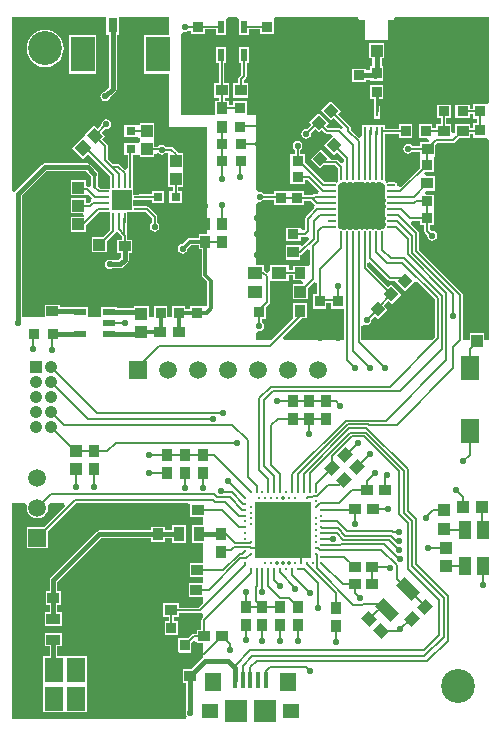
<source format=gtl>
G04 Layer_Physical_Order=1*
G04 Layer_Color=255*
%FSLAX25Y25*%
%MOIN*%
G70*
G01*
G75*
%ADD10R,0.06614X0.06614*%
%ADD11R,0.03347X0.00787*%
%ADD12R,0.00787X0.03347*%
%ADD13R,0.03543X0.03740*%
%ADD14R,0.03937X0.03740*%
%ADD15R,0.03937X0.04134*%
%ADD16R,0.04331X0.02362*%
%ADD17R,0.04134X0.03543*%
%ADD18R,0.03740X0.03543*%
%ADD19C,0.01083*%
%ADD20R,0.19095X0.19095*%
G04:AMPARAMS|DCode=21|XSize=35.43mil|YSize=41.34mil|CornerRadius=0mil|HoleSize=0mil|Usage=FLASHONLY|Rotation=45.000|XOffset=0mil|YOffset=0mil|HoleType=Round|Shape=Rectangle|*
%AMROTATEDRECTD21*
4,1,4,0.00209,-0.02714,-0.02714,0.00209,-0.00209,0.02714,0.02714,-0.00209,0.00209,-0.02714,0.0*
%
%ADD21ROTATEDRECTD21*%

%ADD22R,0.03583X0.03780*%
%ADD23R,0.06063X0.08031*%
%ADD24R,0.03150X0.03150*%
G04:AMPARAMS|DCode=25|XSize=35.43mil|YSize=37.4mil|CornerRadius=0mil|HoleSize=0mil|Usage=FLASHONLY|Rotation=225.000|XOffset=0mil|YOffset=0mil|HoleType=Round|Shape=Rectangle|*
%AMROTATEDRECTD25*
4,1,4,-0.00070,0.02575,0.02575,-0.00070,0.00070,-0.02575,-0.02575,0.00070,-0.00070,0.02575,0.0*
%
%ADD25ROTATEDRECTD25*%

%ADD26R,0.04134X0.03937*%
G04:AMPARAMS|DCode=27|XSize=39.37mil|YSize=41.34mil|CornerRadius=0mil|HoleSize=0mil|Usage=FLASHONLY|Rotation=225.000|XOffset=0mil|YOffset=0mil|HoleType=Round|Shape=Rectangle|*
%AMROTATEDRECTD27*
4,1,4,-0.00070,0.02854,0.02854,-0.00070,0.00070,-0.02854,-0.02854,0.00070,-0.00070,0.02854,0.0*
%
%ADD27ROTATEDRECTD27*%

%ADD28R,0.03150X0.05118*%
%ADD29R,0.08268X0.11811*%
%ADD30R,0.05118X0.04331*%
%ADD31R,0.04921X0.03661*%
%ADD32R,0.03543X0.04134*%
G04:AMPARAMS|DCode=33|XSize=35.43mil|YSize=41.34mil|CornerRadius=0mil|HoleSize=0mil|Usage=FLASHONLY|Rotation=135.000|XOffset=0mil|YOffset=0mil|HoleType=Round|Shape=Rectangle|*
%AMROTATEDRECTD33*
4,1,4,0.02714,0.00209,-0.00209,-0.02714,-0.02714,-0.00209,0.00209,0.02714,0.02714,0.00209,0.0*
%
%ADD33ROTATEDRECTD33*%

G04:AMPARAMS|DCode=34|XSize=39.37mil|YSize=70.87mil|CornerRadius=0mil|HoleSize=0mil|Usage=FLASHONLY|Rotation=45.000|XOffset=0mil|YOffset=0mil|HoleType=Round|Shape=Rectangle|*
%AMROTATEDRECTD34*
4,1,4,0.01114,-0.03897,-0.03897,0.01114,-0.01114,0.03897,0.03897,-0.01114,0.01114,-0.03897,0.0*
%
%ADD34ROTATEDRECTD34*%

%ADD35R,0.03347X0.03740*%
%ADD36R,0.03661X0.04921*%
%ADD37R,0.03740X0.03937*%
G04:AMPARAMS|DCode=38|XSize=35.43mil|YSize=37.4mil|CornerRadius=0mil|HoleSize=0mil|Usage=FLASHONLY|Rotation=315.000|XOffset=0mil|YOffset=0mil|HoleType=Round|Shape=Rectangle|*
%AMROTATEDRECTD38*
4,1,4,-0.02575,-0.00070,0.00070,0.02575,0.02575,0.00070,-0.00070,-0.02575,-0.02575,-0.00070,0.0*
%
%ADD38ROTATEDRECTD38*%

%ADD39R,0.02362X0.04331*%
%ADD40R,0.03937X0.03937*%
%ADD41R,0.04134X0.08661*%
%ADD42O,0.00787X0.03150*%
%ADD43O,0.03150X0.00787*%
%ADD44R,0.13386X0.13583*%
%ADD45R,0.03150X0.03150*%
%ADD46R,0.07480X0.07480*%
%ADD47R,0.05709X0.05118*%
%ADD48R,0.05512X0.06299*%
%ADD49R,0.01575X0.05315*%
%ADD50R,0.00984X0.03150*%
%ADD51R,0.03150X0.01181*%
%ADD52R,0.04331X0.05905*%
%ADD53R,0.06299X0.07874*%
%ADD54R,0.03937X0.03937*%
%ADD55C,0.00800*%
%ADD56C,0.02284*%
%ADD57C,0.01500*%
%ADD58C,0.00900*%
%ADD59C,0.01600*%
%ADD60C,0.00600*%
%ADD61C,0.01200*%
%ADD62C,0.01640*%
%ADD63C,0.01000*%
%ADD64C,0.01680*%
%ADD65C,0.03800*%
%ADD66C,0.05905*%
%ADD67R,0.05905X0.05905*%
%ADD68R,0.05905X0.05905*%
%ADD69C,0.04200*%
%ADD70R,0.04200X0.04200*%
%ADD71C,0.02200*%
%ADD72C,0.01400*%
%ADD73C,0.02400*%
%ADD74C,0.01968*%
%ADD75C,0.11300*%
G36*
X97778Y181930D02*
X102322D01*
Y181930D01*
X103278D01*
Y181930D01*
X107822D01*
Y183382D01*
X109989D01*
X111184Y182186D01*
X111373Y181854D01*
X111288Y180923D01*
X108401Y178036D01*
X108202Y177738D01*
X108132Y177387D01*
Y173943D01*
X107719Y173552D01*
X106719Y173983D01*
Y174422D01*
X101979D01*
Y169878D01*
X106719D01*
Y171232D01*
X108050D01*
X108401Y171302D01*
X108564Y171411D01*
X109082Y171310D01*
X109643Y171031D01*
X109714Y170611D01*
X107343Y168241D01*
X106668Y168520D01*
Y168520D01*
X101731D01*
Y163780D01*
X106668D01*
Y165256D01*
X106901Y165302D01*
X107199Y165501D01*
X108878Y167180D01*
X109802Y166797D01*
Y162054D01*
X108920Y161768D01*
X108802Y161768D01*
X104180D01*
Y160316D01*
X102743D01*
Y162063D01*
X96625D01*
Y159787D01*
X95625Y159373D01*
X94951Y160047D01*
X94653Y160246D01*
X94475Y160281D01*
Y162063D01*
X92000D01*
Y182316D01*
X93000Y183029D01*
X93050Y183019D01*
X93674Y183143D01*
X94204Y183496D01*
X94361Y183732D01*
X97778D01*
Y181930D01*
D02*
G37*
G36*
X133591Y189470D02*
X133940Y189400D01*
X134033Y189419D01*
X134334Y189228D01*
X134628Y188934D01*
X134819Y188633D01*
X134800Y188540D01*
X134857Y188254D01*
X134870Y188191D01*
X134995Y187556D01*
X134870Y186920D01*
X134857Y186856D01*
X134800Y186571D01*
X134857Y186286D01*
X134870Y186223D01*
X134995Y185587D01*
X134870Y184951D01*
X134857Y184888D01*
X134800Y184603D01*
X134870Y184254D01*
X135067Y183942D01*
Y183295D01*
X134870Y182983D01*
X134800Y182634D01*
X134870Y182285D01*
X135067Y181974D01*
Y181326D01*
X134870Y181014D01*
X134800Y180666D01*
X134857Y180380D01*
X134870Y180317D01*
X134995Y179682D01*
X134870Y179046D01*
X134857Y178982D01*
X134800Y178697D01*
X134870Y178349D01*
X135067Y178037D01*
Y177389D01*
X134870Y177077D01*
X134800Y176729D01*
X134870Y176380D01*
X135067Y176068D01*
Y175420D01*
X134870Y175109D01*
X134800Y174760D01*
X134819Y174667D01*
X134628Y174366D01*
X134334Y174072D01*
X134033Y173881D01*
X133940Y173900D01*
X133591Y173830D01*
X133280Y173633D01*
X132632D01*
X132320Y173830D01*
X131971Y173900D01*
X131686Y173843D01*
X131623Y173830D01*
X130987Y173705D01*
X130351Y173830D01*
X130288Y173843D01*
X130003Y173900D01*
X129718Y173843D01*
X129654Y173830D01*
X129018Y173705D01*
X128383Y173830D01*
X128320Y173843D01*
X128034Y173900D01*
X127749Y173843D01*
X127685Y173830D01*
X127050Y173705D01*
X126415Y173830D01*
X126351Y173843D01*
X126066Y173900D01*
X125717Y173830D01*
X125405Y173633D01*
X124758D01*
X124446Y173830D01*
X124097Y173900D01*
X123749Y173830D01*
X123437Y173633D01*
X122789D01*
X122477Y173830D01*
X122129Y173900D01*
X121780Y173830D01*
X121468Y173633D01*
X120820D01*
X120509Y173830D01*
X120160Y173900D01*
X120067Y173881D01*
X119766Y174072D01*
X119472Y174366D01*
X119281Y174667D01*
X119300Y174760D01*
X119243Y175046D01*
X119230Y175109D01*
X119105Y175744D01*
X119230Y176380D01*
X119243Y176444D01*
X119300Y176729D01*
X119243Y177014D01*
X119230Y177077D01*
X119105Y177713D01*
X119230Y178349D01*
X119243Y178412D01*
X119300Y178697D01*
X119243Y178982D01*
X119230Y179046D01*
X119105Y179682D01*
X119230Y180317D01*
X119243Y180380D01*
X119300Y180666D01*
X119243Y180951D01*
X119230Y181015D01*
X119105Y181650D01*
X119230Y182285D01*
X119243Y182349D01*
X119300Y182634D01*
X119230Y182983D01*
X119033Y183295D01*
Y183942D01*
X119230Y184254D01*
X119300Y184603D01*
X119243Y184888D01*
X119230Y184951D01*
X119105Y185587D01*
X119230Y186223D01*
X119243Y186286D01*
X119300Y186571D01*
X119230Y186920D01*
X119033Y187232D01*
Y187880D01*
X119230Y188191D01*
X119300Y188540D01*
X119281Y188633D01*
X119472Y188934D01*
X119766Y189228D01*
X120067Y189419D01*
X120160Y189400D01*
X120446Y189457D01*
X120509Y189470D01*
X121144Y189595D01*
X121780Y189470D01*
X121844Y189457D01*
X122129Y189400D01*
X122414Y189457D01*
X122477Y189470D01*
X123113Y189595D01*
X123749Y189470D01*
X123812Y189457D01*
X124097Y189400D01*
X124382Y189457D01*
X124446Y189470D01*
X125082Y189595D01*
X125717Y189470D01*
X125780Y189457D01*
X126066Y189400D01*
X126351Y189457D01*
X126415Y189470D01*
X127050Y189595D01*
X127685Y189470D01*
X127749Y189457D01*
X128034Y189400D01*
X128383Y189470D01*
X128695Y189667D01*
X129342D01*
X129654Y189470D01*
X130003Y189400D01*
X130351Y189470D01*
X130663Y189667D01*
X131311D01*
X131623Y189470D01*
X131971Y189400D01*
X132320Y189470D01*
X132632Y189667D01*
X133280D01*
X133591Y189470D01*
D02*
G37*
G36*
X164278Y204430D02*
X168500D01*
X168822Y204430D01*
X169500Y203711D01*
Y137000D01*
X168018D01*
Y139166D01*
X163082D01*
Y137000D01*
X160918D01*
Y151960D01*
X160848Y152311D01*
X160649Y152609D01*
X146218Y167040D01*
Y172577D01*
X146148Y172928D01*
X145949Y173226D01*
X143443Y175732D01*
X143857Y176732D01*
X146530D01*
Y175378D01*
X147983D01*
Y173300D01*
X148053Y172949D01*
X148251Y172651D01*
X148974Y171928D01*
X148919Y171650D01*
X149043Y171026D01*
X149397Y170496D01*
X149926Y170143D01*
X150550Y170019D01*
X151174Y170143D01*
X151704Y170496D01*
X152057Y171026D01*
X152181Y171650D01*
X152057Y172274D01*
X151704Y172803D01*
X151174Y173157D01*
X150550Y173281D01*
X149818Y174034D01*
Y175378D01*
X151270D01*
Y179922D01*
X151270D01*
Y180878D01*
X151270D01*
Y185422D01*
X148658D01*
X148146Y186422D01*
X148404Y186780D01*
X151369D01*
Y191520D01*
X148406D01*
X147894Y192520D01*
X148152Y192878D01*
X151270D01*
Y197422D01*
X151270D01*
X151375Y198378D01*
X151664D01*
Y202116D01*
X152130Y202582D01*
X157550D01*
X157901Y202652D01*
X158198Y202851D01*
X159627Y204280D01*
X163168D01*
Y205732D01*
X164278D01*
Y204430D01*
D02*
G37*
G36*
X14915Y82500D02*
X15583Y81500D01*
X15518Y81000D01*
X15636Y80099D01*
X15984Y79259D01*
X16537Y78537D01*
X17259Y77984D01*
X18099Y77636D01*
X19000Y77517D01*
X19901Y77636D01*
X20741Y77984D01*
X21463Y78537D01*
X22016Y79259D01*
X22364Y80099D01*
X22482Y81000D01*
X22417Y81500D01*
X23085Y82500D01*
X27896D01*
X28278Y81576D01*
X21155Y74453D01*
X15547D01*
Y67547D01*
X22453D01*
Y73155D01*
X31798Y82500D01*
X68841Y82500D01*
X69809Y82422D01*
Y77878D01*
X74334D01*
Y75143D01*
X70574D01*
Y69222D01*
X74334D01*
Y62550D01*
X69713D01*
Y58007D01*
X74334D01*
Y55840D01*
X69386D01*
Y51297D01*
X74334D01*
Y49296D01*
X72712Y47675D01*
X66070D01*
Y49131D01*
X60936D01*
Y44587D01*
X62797D01*
Y43204D01*
X61440D01*
Y38464D01*
X65786D01*
Y43204D01*
X64429D01*
Y44587D01*
X66070D01*
Y46043D01*
X73050D01*
X73050Y46043D01*
X73334Y46100D01*
X73364Y46104D01*
X74218Y45704D01*
X74309Y44754D01*
X73948Y44393D01*
X73750Y44096D01*
X73680Y43745D01*
Y40422D01*
X72030D01*
Y39068D01*
X71166D01*
X70814Y38998D01*
X70517Y38799D01*
X69213Y37495D01*
X65967D01*
Y32755D01*
X70314D01*
Y36000D01*
X71030Y36717D01*
X72030Y36303D01*
Y35878D01*
X74334D01*
Y31150D01*
X74015Y30937D01*
X70350Y27272D01*
X67386D01*
Y22728D01*
X68627D01*
Y13326D01*
X68493Y13124D01*
X68369Y12500D01*
X68493Y11876D01*
X68744Y11500D01*
X68570Y10907D01*
X68313Y10500D01*
X10500Y10500D01*
Y82500D01*
X14915D01*
D02*
G37*
G36*
X104180Y156831D02*
X106902D01*
X107413Y155831D01*
X107151Y155468D01*
X104081D01*
Y150531D01*
X109019D01*
Y154171D01*
X111132Y156285D01*
X112063Y155974D01*
X112132Y155920D01*
Y152170D01*
X110778D01*
Y147430D01*
X115322D01*
Y149232D01*
X116778D01*
Y147430D01*
X121211D01*
Y137000D01*
X101104D01*
X100722Y137924D01*
X107030Y144232D01*
X108920D01*
Y149169D01*
X104180D01*
Y144232D01*
X104180Y144232D01*
X104180D01*
X103666Y143464D01*
X97202Y137000D01*
X92000D01*
Y139133D01*
X93000Y139869D01*
X93624Y139993D01*
X94153Y140347D01*
X94507Y140876D01*
X94631Y141500D01*
X94507Y142124D01*
X94153Y142654D01*
X93918Y142811D01*
Y143858D01*
X95291D01*
Y148058D01*
X96199Y148966D01*
X96398Y149263D01*
X96468Y149615D01*
Y155798D01*
X96625Y156733D01*
X97468Y156733D01*
X102743D01*
Y158480D01*
X104180D01*
Y156831D01*
D02*
G37*
G36*
X135901Y157001D02*
X136199Y156802D01*
X136550Y156732D01*
X138202D01*
X141540Y153394D01*
X144429Y156284D01*
X145684Y156442D01*
X151582Y150544D01*
Y137880D01*
X150703Y137000D01*
X126983D01*
Y141472D01*
X127983Y142002D01*
X128073Y141942D01*
X128697Y141818D01*
X129322Y141942D01*
X129851Y142296D01*
X130204Y142825D01*
X130329Y143450D01*
X130273Y143728D01*
X131490Y144944D01*
X132540Y143895D01*
X135752Y147107D01*
X134475Y148384D01*
X136013Y149922D01*
X137040Y148895D01*
X140252Y152107D01*
X136901Y155459D01*
X135943Y154501D01*
X128952Y161493D01*
Y162536D01*
X129952Y162950D01*
X135901Y157001D01*
D02*
G37*
G36*
X169500Y216239D02*
X168822Y215520D01*
X168500Y215520D01*
X164278D01*
Y214068D01*
X163070D01*
Y215422D01*
X158329D01*
Y210878D01*
X163070D01*
Y212232D01*
X164278D01*
Y210780D01*
X165632D01*
Y209170D01*
X164278D01*
Y207568D01*
X163168D01*
Y209020D01*
X158231D01*
Y206049D01*
X157869Y205787D01*
X156869Y206298D01*
Y209020D01*
X155318D01*
Y210878D01*
X156771D01*
Y215422D01*
X152030D01*
Y210878D01*
X153483D01*
Y209020D01*
X151932D01*
Y207568D01*
X150668D01*
Y209040D01*
X146085D01*
Y204260D01*
X148990D01*
X149509Y203260D01*
X149271Y202922D01*
X146530D01*
Y201568D01*
X143861D01*
X143703Y201803D01*
X143174Y202157D01*
X142550Y202281D01*
X141926Y202157D01*
X141396Y201803D01*
X141043Y201274D01*
X140919Y200650D01*
X141043Y200026D01*
X141396Y199496D01*
X141926Y199143D01*
X142550Y199019D01*
X143174Y199143D01*
X143703Y199496D01*
X143861Y199732D01*
X146530D01*
Y198378D01*
X146530D01*
X146530Y197422D01*
X146530D01*
Y194428D01*
X140202Y188100D01*
X139049Y188361D01*
X138975Y188489D01*
X138985Y188540D01*
X138916Y188889D01*
X138718Y189184D01*
X138422Y189382D01*
X138074Y189451D01*
X135711D01*
X135618Y189432D01*
X135317Y189623D01*
X135023Y189917D01*
X134832Y190218D01*
X134851Y190311D01*
Y191460D01*
X134857Y191492D01*
Y204426D01*
X134995D01*
Y205583D01*
X139432D01*
Y204260D01*
X144015D01*
Y209040D01*
X139432D01*
Y207418D01*
X134995D01*
Y208575D01*
X127105D01*
Y204807D01*
X126159Y204383D01*
X126117Y204381D01*
X123468Y207030D01*
Y207650D01*
X123398Y208001D01*
X123199Y208299D01*
X119102Y212396D01*
X120059Y213353D01*
X116708Y216705D01*
X113495Y213492D01*
X116847Y210141D01*
X117804Y211098D01*
X120889Y208013D01*
X120199Y207299D01*
X119901Y207498D01*
X119550Y207568D01*
X115930D01*
X115102Y208396D01*
X116059Y209353D01*
X112707Y212705D01*
X109495Y209492D01*
X110295Y208693D01*
X108828Y207226D01*
X108550Y207281D01*
X107926Y207157D01*
X107396Y206803D01*
X107043Y206274D01*
X106919Y205650D01*
X107043Y205026D01*
X107396Y204497D01*
X107926Y204143D01*
X108550Y204019D01*
X109174Y204143D01*
X109704Y204497D01*
X110057Y205026D01*
X110181Y205650D01*
X110126Y205928D01*
X111593Y207395D01*
X112847Y206141D01*
X113804Y207098D01*
X114901Y206001D01*
X115199Y205802D01*
X115550Y205732D01*
X117006D01*
X117420Y204732D01*
X114495Y201807D01*
X117708Y198595D01*
X118757Y199645D01*
X121211Y197191D01*
Y196201D01*
X120211Y195787D01*
X119199Y196799D01*
X118901Y196998D01*
X118550Y197068D01*
X116781D01*
X116605Y197493D01*
Y197493D01*
X113392Y200705D01*
X110041Y197353D01*
X113253Y194141D01*
X114387Y195274D01*
X114596Y195232D01*
X118170D01*
X119243Y194160D01*
Y191492D01*
X119249Y191460D01*
Y190311D01*
X119268Y190218D01*
X119077Y189917D01*
X118783Y189623D01*
X118482Y189432D01*
X118389Y189451D01*
X117240D01*
X117208Y189457D01*
X114724D01*
X108070Y196112D01*
Y198922D01*
X106617D01*
Y200339D01*
X106853Y200497D01*
X107207Y201026D01*
X107331Y201650D01*
X107207Y202274D01*
X106853Y202803D01*
X106324Y203157D01*
X105700Y203281D01*
X105075Y203157D01*
X104546Y202803D01*
X104192Y202274D01*
X104068Y201650D01*
X104192Y201026D01*
X104546Y200497D01*
X104782Y200339D01*
Y198922D01*
X103330D01*
Y194422D01*
X103330Y194378D01*
X103330D01*
Y193422D01*
X103330D01*
Y188878D01*
X108070D01*
Y190232D01*
X109091D01*
X112803Y186520D01*
X112389Y185520D01*
X111353D01*
X111002Y185450D01*
X110704Y185252D01*
X110670Y185217D01*
X107822D01*
Y186670D01*
X103278D01*
Y186670D01*
X102322D01*
Y186670D01*
X97778D01*
Y185568D01*
X94361D01*
X94204Y185803D01*
X93674Y186157D01*
X93050Y186281D01*
X93000Y186271D01*
X92000Y186984D01*
Y212000D01*
X88822D01*
Y216670D01*
X84278D01*
Y215217D01*
X82920D01*
Y216768D01*
X81468D01*
Y217780D01*
X82869D01*
Y222520D01*
X81318D01*
Y229260D01*
X81991D01*
Y234591D01*
X78629D01*
Y229260D01*
X79483D01*
Y222520D01*
X77932D01*
Y217780D01*
X79632D01*
Y216768D01*
X78180D01*
Y212000D01*
X67000D01*
Y238816D01*
X68000Y239529D01*
X68050Y239519D01*
X68674Y239643D01*
X69204Y239997D01*
X69278Y240108D01*
X70278Y240108D01*
Y238930D01*
X74822D01*
Y240457D01*
X78629Y240457D01*
Y238709D01*
X81991D01*
Y244040D01*
X82800Y244500D01*
X85300D01*
X86109Y244040D01*
X86109Y243500D01*
Y238709D01*
X89471D01*
Y240457D01*
X93278D01*
Y238930D01*
X97822D01*
Y243500D01*
X97822Y243670D01*
X98231Y244500D01*
X125948D01*
X126047Y243541D01*
X125664Y243383D01*
X125506Y243000D01*
Y237583D01*
X125664Y237201D01*
X126047Y237042D01*
X137972D01*
X138355Y237201D01*
X138514Y237583D01*
Y243000D01*
X138355Y243383D01*
X137972Y243541D01*
X138072Y244500D01*
X169500D01*
Y216239D01*
D02*
G37*
G36*
X63000Y238556D02*
X54416D01*
Y225745D01*
X63000D01*
Y208000D01*
X75500D01*
Y172350D01*
X72693D01*
Y170905D01*
X69769D01*
X69340Y170819D01*
X68976Y170576D01*
X68976Y170576D01*
X67395Y168996D01*
X67358Y169003D01*
X66733Y168879D01*
X66204Y168525D01*
X65850Y167996D01*
X65726Y167372D01*
X65850Y166747D01*
X66204Y166218D01*
X66733Y165865D01*
X67358Y165741D01*
X67982Y165865D01*
X68511Y166218D01*
X68865Y166747D01*
X68989Y167372D01*
X68981Y167410D01*
X70233Y168661D01*
X72693D01*
Y167216D01*
X73843D01*
Y158736D01*
X73843Y158736D01*
X73928Y158307D01*
X74171Y157943D01*
X75500Y156614D01*
Y148516D01*
X75313Y148391D01*
X74322Y148371D01*
Y148371D01*
X69778D01*
Y147122D01*
X68322D01*
Y148371D01*
X63778D01*
Y144500D01*
X62322D01*
Y148371D01*
X57778D01*
Y144500D01*
X56019D01*
Y148268D01*
X51082D01*
Y147716D01*
X45440D01*
Y148071D01*
X40109D01*
Y144709D01*
X39196Y144500D01*
X36904D01*
X35991Y144709D01*
Y148071D01*
X30660D01*
Y147826D01*
X26520D01*
Y148772D01*
X21386D01*
Y144500D01*
X13826D01*
Y185051D01*
X21949Y193175D01*
X35151D01*
X36980Y191345D01*
Y188432D01*
X36656Y188169D01*
X36127Y187967D01*
X35168Y188398D01*
Y190119D01*
X30034D01*
Y185181D01*
X35168D01*
Y185181D01*
X36168Y185234D01*
X37014Y184388D01*
X37056Y184183D01*
X36917Y183217D01*
X36881Y183176D01*
X36170Y182465D01*
X35168D01*
Y184118D01*
X30034D01*
Y179182D01*
X34038D01*
X34638Y178182D01*
X34550Y178016D01*
X30085D01*
Y173079D01*
X35219D01*
Y175419D01*
X39477Y179677D01*
X41282D01*
X41403Y179701D01*
X43203D01*
Y177900D01*
X43180Y177780D01*
Y173526D01*
X40772Y171118D01*
X37034D01*
Y166182D01*
X42168D01*
Y169919D01*
X44746Y172497D01*
X44787Y172559D01*
X45660Y172795D01*
X45965Y172796D01*
X47180Y171581D01*
Y170422D01*
X45530D01*
Y165878D01*
X46772D01*
Y164246D01*
X46001Y163476D01*
X43946D01*
X43674Y163657D01*
X43050Y163781D01*
X42426Y163657D01*
X41897Y163303D01*
X41543Y162774D01*
X41419Y162150D01*
X41543Y161526D01*
X41897Y160996D01*
X42426Y160643D01*
X43050Y160519D01*
X43674Y160643D01*
X43946Y160825D01*
X46550D01*
X47057Y160925D01*
X47487Y161213D01*
X49035Y162760D01*
X49322Y163190D01*
X49423Y163697D01*
Y165878D01*
X50664D01*
Y170422D01*
X49015D01*
Y171961D01*
X48945Y172312D01*
X48928Y172337D01*
X48928Y177756D01*
X48928Y177758D01*
Y179741D01*
X50644D01*
Y179701D01*
X52697D01*
X52818Y179677D01*
X55025D01*
X57132Y177570D01*
Y175961D01*
X56897Y175803D01*
X56543Y175274D01*
X56419Y174650D01*
X56543Y174026D01*
X56897Y173496D01*
X57426Y173143D01*
X58050Y173019D01*
X58674Y173143D01*
X59203Y173496D01*
X59557Y174026D01*
X59681Y174650D01*
X59557Y175274D01*
X59203Y175803D01*
X58968Y175961D01*
Y177950D01*
X58898Y178301D01*
X58699Y178599D01*
X56054Y181244D01*
X55756Y181443D01*
X55405Y181512D01*
X52818D01*
X52697Y181489D01*
X50857D01*
Y183638D01*
X52697D01*
X52818Y183614D01*
X57070Y183614D01*
Y182473D01*
X61219D01*
Y186622D01*
X57070D01*
Y185450D01*
X52818Y185450D01*
X52697Y185426D01*
X50857D01*
Y187142D01*
X50896D01*
Y189195D01*
X50920Y189315D01*
Y198567D01*
X52082D01*
X52125Y198567D01*
X53082Y198463D01*
Y197930D01*
X58018D01*
Y198800D01*
X58180Y198954D01*
X59223Y199170D01*
X59753Y198816D01*
X60377Y198692D01*
X61001Y198816D01*
X61530Y199170D01*
X61581Y199246D01*
X62581Y199162D01*
Y194166D01*
X62581Y194134D01*
Y193166D01*
X62581Y193134D01*
Y188032D01*
X64132D01*
Y186622D01*
X62975D01*
Y182473D01*
X67125D01*
Y186622D01*
X65968D01*
Y188032D01*
X67519D01*
Y193134D01*
X67519Y193166D01*
Y194134D01*
X67519Y194166D01*
Y199268D01*
X65904D01*
X65898Y199301D01*
X65699Y199599D01*
X64326Y200972D01*
X64028Y201171D01*
X63677Y201241D01*
X61688D01*
X61530Y201477D01*
X61001Y201830D01*
X60377Y201955D01*
X59753Y201830D01*
X59223Y201477D01*
X59181Y201414D01*
X58018D01*
Y203032D01*
X58018Y203063D01*
Y204032D01*
X58018Y204063D01*
Y209166D01*
X53082D01*
Y208727D01*
X52125Y208623D01*
Y208622D01*
X47975D01*
Y204473D01*
X52125D01*
Y204473D01*
X53082Y204368D01*
Y204063D01*
X53082Y204032D01*
Y203063D01*
X53082Y203032D01*
Y202821D01*
X52125Y202717D01*
X52082Y202717D01*
X47975D01*
Y198567D01*
X49085D01*
Y194193D01*
X48085Y193779D01*
X46667Y195196D01*
X46370Y195395D01*
X46018Y195465D01*
X44193D01*
X42468Y197190D01*
Y201650D01*
X42398Y202001D01*
X42199Y202299D01*
X40602Y203896D01*
X41559Y204853D01*
X40382Y206031D01*
X41598Y207247D01*
X41877Y207192D01*
X42501Y207316D01*
X43030Y207670D01*
X43384Y208199D01*
X43508Y208823D01*
X43384Y209448D01*
X43030Y209977D01*
X42501Y210330D01*
X41877Y210455D01*
X41252Y210330D01*
X40723Y209977D01*
X40370Y209448D01*
X40245Y208823D01*
X40301Y208545D01*
X39084Y207328D01*
X37929Y208484D01*
X34716Y205271D01*
Y205271D01*
X34138Y204553D01*
X30647Y201062D01*
X34277Y197432D01*
X35823Y198977D01*
X43180Y191620D01*
Y189315D01*
X43203Y189195D01*
Y187394D01*
X41403D01*
X41282Y187418D01*
X39880D01*
X39020Y188278D01*
Y191386D01*
X39225Y191693D01*
X39325Y192200D01*
X39225Y192707D01*
X38937Y193137D01*
X36637Y195437D01*
X36207Y195725D01*
X35700Y195826D01*
X21400D01*
X20893Y195725D01*
X20463Y195437D01*
X11563Y186537D01*
X11500Y186443D01*
X10500Y186747D01*
Y244500D01*
X42015D01*
Y238737D01*
X42764D01*
Y221238D01*
X41247Y219721D01*
X40926Y219657D01*
X40396Y219303D01*
X40043Y218774D01*
X39919Y218150D01*
X40043Y217526D01*
X40396Y216997D01*
X40926Y216643D01*
X41550Y216519D01*
X42174Y216643D01*
X42704Y216997D01*
X43057Y217526D01*
X43121Y217846D01*
X45027Y219752D01*
X45314Y220182D01*
X45415Y220689D01*
Y238737D01*
X46164D01*
Y244500D01*
X63000D01*
Y238556D01*
D02*
G37*
%LPC*%
G36*
X68463Y75143D02*
X63802D01*
Y73472D01*
X61537D01*
Y74764D01*
X56994D01*
Y73472D01*
X39599D01*
X39111Y73375D01*
X38698Y73098D01*
X23429Y57830D01*
X23153Y57417D01*
X23056Y56929D01*
Y53315D01*
X21764D01*
Y48772D01*
X23056D01*
Y46216D01*
X21378D01*
Y41555D01*
X27299D01*
Y46216D01*
X25605D01*
Y48772D01*
X26897D01*
Y53315D01*
X25605D01*
Y56401D01*
X40127Y70923D01*
X56994D01*
Y69630D01*
X61537D01*
Y70923D01*
X63802D01*
Y69222D01*
X68463D01*
Y75143D01*
D02*
G37*
G36*
X27299Y39445D02*
X21378D01*
Y34784D01*
X23064D01*
Y31516D01*
X20870D01*
Y22909D01*
X20870Y22484D01*
X20870Y21484D01*
Y12878D01*
X27468D01*
X28201Y12878D01*
X28933Y12878D01*
X35531D01*
Y21484D01*
X35531Y22197D01*
X35531Y22909D01*
Y31516D01*
X28933D01*
X28468Y31516D01*
X27468Y31516D01*
X25613D01*
Y34784D01*
X27299D01*
Y39445D01*
D02*
G37*
G36*
X89471Y234591D02*
X86109D01*
Y229260D01*
X86873D01*
Y225270D01*
X86051Y224448D01*
X85852Y224151D01*
X85782Y223800D01*
Y222520D01*
X84231D01*
Y217780D01*
X89168D01*
Y222520D01*
X87860D01*
X87718Y223520D01*
X88439Y224241D01*
X88638Y224539D01*
X88708Y224890D01*
Y229260D01*
X89471D01*
Y234591D01*
D02*
G37*
G36*
X134322Y221870D02*
X129778D01*
Y217130D01*
X131066D01*
Y214874D01*
X131042D01*
Y210725D01*
X133026D01*
Y214874D01*
X133003D01*
Y217130D01*
X134322D01*
Y221870D01*
D02*
G37*
G36*
X134519Y235851D02*
X129581D01*
Y230914D01*
X130376D01*
Y228170D01*
X129778D01*
Y226824D01*
X128570D01*
Y227422D01*
X123829D01*
Y222878D01*
X128570D01*
Y223476D01*
X129778D01*
Y223429D01*
X134322D01*
Y228170D01*
X133724D01*
Y230914D01*
X134519D01*
Y235851D01*
D02*
G37*
G36*
X21550Y240330D02*
X20344Y240211D01*
X19185Y239859D01*
X18117Y239288D01*
X17180Y238520D01*
X16412Y237583D01*
X15841Y236515D01*
X15489Y235356D01*
X15370Y234150D01*
X15489Y232944D01*
X15841Y231785D01*
X16412Y230717D01*
X17180Y229780D01*
X18117Y229012D01*
X19185Y228441D01*
X20344Y228089D01*
X21550Y227970D01*
X22756Y228089D01*
X23915Y228441D01*
X24983Y229012D01*
X25920Y229780D01*
X26688Y230717D01*
X27259Y231785D01*
X27611Y232944D01*
X27730Y234150D01*
X27611Y235356D01*
X27259Y236515D01*
X26688Y237583D01*
X25920Y238520D01*
X24983Y239288D01*
X23915Y239859D01*
X22756Y240211D01*
X21550Y240330D01*
D02*
G37*
G36*
X38684Y238556D02*
X29416D01*
Y225745D01*
X38684D01*
Y238556D01*
D02*
G37*
%LPD*%
D10*
X47050Y183548D02*
D03*
D11*
X41282Y180595D02*
D03*
Y182563D02*
D03*
Y184532D02*
D03*
Y186500D02*
D03*
X52818D02*
D03*
Y184532D02*
D03*
Y182563D02*
D03*
Y180595D02*
D03*
D12*
X44097Y189315D02*
D03*
X46066D02*
D03*
X48034D02*
D03*
X50003D02*
D03*
Y177780D02*
D03*
X48034D02*
D03*
X46066D02*
D03*
X44097D02*
D03*
D13*
X95550Y235000D02*
D03*
Y241300D02*
D03*
X72050Y146000D02*
D03*
Y152300D02*
D03*
X66050Y146000D02*
D03*
Y152300D02*
D03*
X60050Y146000D02*
D03*
Y152300D02*
D03*
X132050Y225800D02*
D03*
Y219500D02*
D03*
X86550Y214300D02*
D03*
Y208000D02*
D03*
X166550Y213150D02*
D03*
X166550Y219449D02*
D03*
X166550Y206800D02*
D03*
Y200500D02*
D03*
X105550Y178000D02*
D03*
Y184300D02*
D03*
X100050Y178000D02*
D03*
Y184300D02*
D03*
X119050Y149800D02*
D03*
Y143500D02*
D03*
X113050Y149800D02*
D03*
Y143500D02*
D03*
X72550Y241300D02*
D03*
Y235000D02*
D03*
D14*
X59900Y139650D02*
D03*
X66200D02*
D03*
X80400Y220150D02*
D03*
X86700D02*
D03*
X154400Y206650D02*
D03*
X160700D02*
D03*
X148900Y189150D02*
D03*
X155200D02*
D03*
X104200Y166150D02*
D03*
X97900D02*
D03*
D15*
X53550Y145701D02*
D03*
Y139599D02*
D03*
X55550Y206599D02*
D03*
Y200497D02*
D03*
X65050Y190599D02*
D03*
Y196701D02*
D03*
X165550Y142701D02*
D03*
Y136599D02*
D03*
X154550Y74099D02*
D03*
Y80201D02*
D03*
X155050Y67701D02*
D03*
Y61599D02*
D03*
X32000Y100051D02*
D03*
Y93949D02*
D03*
D16*
X33326Y138910D02*
D03*
Y146390D02*
D03*
X42774D02*
D03*
Y142650D02*
D03*
Y138910D02*
D03*
D17*
X18047Y146500D02*
D03*
X23953D02*
D03*
X48097Y168150D02*
D03*
X54003D02*
D03*
X66375Y60278D02*
D03*
X72281D02*
D03*
X124717Y55574D02*
D03*
X130622D02*
D03*
X80503Y38150D02*
D03*
X74597D02*
D03*
X57597Y46859D02*
D03*
X63503D02*
D03*
X66047Y53569D02*
D03*
X71953D02*
D03*
X72376Y80150D02*
D03*
X66470D02*
D03*
X69953Y25000D02*
D03*
X64047D02*
D03*
X128924Y87024D02*
D03*
X134829D02*
D03*
X124924Y80524D02*
D03*
X130830D02*
D03*
X124717Y61231D02*
D03*
X130622D02*
D03*
X149097Y200650D02*
D03*
X155003D02*
D03*
X24330Y51044D02*
D03*
X18425D02*
D03*
D18*
X24150Y139000D02*
D03*
X17850D02*
D03*
X80400Y202150D02*
D03*
X86700Y202150D02*
D03*
X80400Y196650D02*
D03*
X86700Y196650D02*
D03*
X105700D02*
D03*
X99400D02*
D03*
X126200Y225150D02*
D03*
X119900D02*
D03*
X154400Y213150D02*
D03*
X160700D02*
D03*
X155200Y195150D02*
D03*
X148900D02*
D03*
X155200Y177650D02*
D03*
X148900D02*
D03*
X155200Y183150D02*
D03*
X148900D02*
D03*
X98050Y172150D02*
D03*
X104349D02*
D03*
X105700Y191150D02*
D03*
X99400D02*
D03*
X92921Y146130D02*
D03*
X99220D02*
D03*
D19*
X107766Y86319D02*
D03*
X109735D02*
D03*
X92019Y60729D02*
D03*
X105798D02*
D03*
X103830D02*
D03*
X101861D02*
D03*
X99892D02*
D03*
X97924D02*
D03*
X95955D02*
D03*
X93987D02*
D03*
X90050D02*
D03*
X113672Y62697D02*
D03*
X110719D02*
D03*
X108751D02*
D03*
X106782D02*
D03*
X104814D02*
D03*
X102845D02*
D03*
X100877D02*
D03*
X98908D02*
D03*
X96940D02*
D03*
X94971D02*
D03*
X88082D02*
D03*
X90050Y65650D02*
D03*
X113672Y64666D02*
D03*
X111704Y65650D02*
D03*
X88082Y66634D02*
D03*
X111704Y67619D02*
D03*
X90050D02*
D03*
X113672Y68603D02*
D03*
X111704Y69587D02*
D03*
X90050D02*
D03*
X113672Y70571D02*
D03*
X88082D02*
D03*
X111704Y71556D02*
D03*
X113672Y72540D02*
D03*
X88082D02*
D03*
X111704Y73524D02*
D03*
X113672Y74508D02*
D03*
X88082D02*
D03*
X111704Y75493D02*
D03*
X90050D02*
D03*
X113672Y76477D02*
D03*
X88082D02*
D03*
X111704Y77461D02*
D03*
X90050D02*
D03*
X113672Y78445D02*
D03*
X88082D02*
D03*
X90050Y79430D02*
D03*
X113672Y80414D02*
D03*
X88082D02*
D03*
X111704Y81398D02*
D03*
X90050D02*
D03*
X88082Y82382D02*
D03*
X111704Y83367D02*
D03*
X108751Y84351D02*
D03*
X104814D02*
D03*
X102845D02*
D03*
X100877D02*
D03*
X98908D02*
D03*
X96940D02*
D03*
X94971D02*
D03*
X93003D02*
D03*
X88082D02*
D03*
X111704Y86319D02*
D03*
X105798D02*
D03*
X103830D02*
D03*
X101861D02*
D03*
X99892D02*
D03*
X97924D02*
D03*
X95955D02*
D03*
X93987D02*
D03*
X92019D02*
D03*
X90050D02*
D03*
D20*
X100877Y73524D02*
D03*
D21*
X38138Y205062D02*
D03*
X33962Y209238D02*
D03*
X129412Y44088D02*
D03*
X133588Y39912D02*
D03*
D22*
X141723Y206650D02*
D03*
X148377D02*
D03*
D23*
X32000Y17394D02*
D03*
X24402D02*
D03*
X32000Y27000D02*
D03*
X24402Y27000D02*
D03*
D24*
X59145Y184548D02*
D03*
X65050D02*
D03*
D25*
X136970Y152177D02*
D03*
X141425Y147722D02*
D03*
X112777Y209423D02*
D03*
X108323Y213877D02*
D03*
X112323Y217877D02*
D03*
X116777Y213423D02*
D03*
X141470Y156677D02*
D03*
X145924Y152223D02*
D03*
X132470Y147177D02*
D03*
X136925Y142722D02*
D03*
D26*
X33499Y168650D02*
D03*
X39601D02*
D03*
X26499Y187650D02*
D03*
X32601D02*
D03*
X26499Y181650D02*
D03*
X32601D02*
D03*
X26550Y175548D02*
D03*
X32652D02*
D03*
X167101Y81150D02*
D03*
X160999D02*
D03*
D27*
X34207Y200992D02*
D03*
X29893Y205308D02*
D03*
D28*
X49011Y241796D02*
D03*
X44089Y241796D02*
D03*
D29*
X34050Y232150D02*
D03*
X59050Y232150D02*
D03*
D30*
X91416Y159398D02*
D03*
X99684D02*
D03*
Y152902D02*
D03*
X91416D02*
D03*
D31*
X24338Y37114D02*
D03*
Y43886D02*
D03*
D32*
X59265Y72197D02*
D03*
Y78103D02*
D03*
X104050Y110697D02*
D03*
Y116603D02*
D03*
X109550Y110697D02*
D03*
Y116603D02*
D03*
X115050Y110697D02*
D03*
Y116603D02*
D03*
X88377Y47977D02*
D03*
Y42071D02*
D03*
X93877Y47977D02*
D03*
Y42071D02*
D03*
X99877Y47977D02*
D03*
Y42071D02*
D03*
X105877Y47977D02*
D03*
Y42071D02*
D03*
X118377Y47627D02*
D03*
Y41721D02*
D03*
X80310Y72183D02*
D03*
Y66277D02*
D03*
X62050Y98603D02*
D03*
Y92697D02*
D03*
X68050Y98603D02*
D03*
Y92697D02*
D03*
X74050Y98603D02*
D03*
X74050Y92697D02*
D03*
X74964Y169783D02*
D03*
X74964Y175689D02*
D03*
X80439Y169722D02*
D03*
Y175628D02*
D03*
X37950Y99803D02*
D03*
Y93897D02*
D03*
D33*
X148088Y48088D02*
D03*
X143912Y43912D02*
D03*
X121289Y90436D02*
D03*
X125465Y94612D02*
D03*
X117289Y94436D02*
D03*
X121465Y98612D02*
D03*
D34*
X135397Y47044D02*
D03*
X142357Y54004D02*
D03*
D35*
X68141Y40834D02*
D03*
X63613D02*
D03*
Y35125D02*
D03*
X68141Y35125D02*
D03*
D36*
X72904Y72183D02*
D03*
X66132D02*
D03*
D37*
X80550Y214300D02*
D03*
X80550Y208000D02*
D03*
X106550Y146701D02*
D03*
X106550Y159299D02*
D03*
D38*
X113323Y197423D02*
D03*
X117777Y201877D02*
D03*
D39*
X80310Y241374D02*
D03*
X87790D02*
D03*
Y231926D02*
D03*
X84050D02*
D03*
X80310Y231926D02*
D03*
D40*
X132050Y233383D02*
D03*
D41*
X126243Y239288D02*
D03*
X137857D02*
D03*
D42*
X120160Y171808D02*
D03*
X122129D02*
D03*
X124097D02*
D03*
X126066D02*
D03*
X128034D02*
D03*
X130003D02*
D03*
X131971D02*
D03*
X133940D02*
D03*
Y191492D02*
D03*
X131971D02*
D03*
X130003D02*
D03*
X128034D02*
D03*
X126066D02*
D03*
X124097D02*
D03*
X122129D02*
D03*
X120160D02*
D03*
D43*
X136892Y174760D02*
D03*
Y176729D02*
D03*
Y178697D02*
D03*
Y180666D02*
D03*
Y182634D02*
D03*
Y184603D02*
D03*
Y186571D02*
D03*
Y188540D02*
D03*
X117208D02*
D03*
Y186571D02*
D03*
Y184603D02*
D03*
Y182634D02*
D03*
Y180666D02*
D03*
Y178697D02*
D03*
Y176729D02*
D03*
Y174760D02*
D03*
D44*
X127050Y181650D02*
D03*
D45*
X50050Y200642D02*
D03*
X50050Y206548D02*
D03*
D46*
X94724Y13234D02*
D03*
X85276D02*
D03*
D47*
X103484D02*
D03*
X76516D02*
D03*
D48*
X77402Y22880D02*
D03*
X102598D02*
D03*
D49*
X84882Y23766D02*
D03*
X87441D02*
D03*
X90000D02*
D03*
X92559D02*
D03*
X95118D02*
D03*
D50*
X128097Y206500D02*
D03*
X130066D02*
D03*
X132034D02*
D03*
X134003D02*
D03*
X128097Y212800D02*
D03*
X130066D02*
D03*
X132034D02*
D03*
X134003D02*
D03*
D51*
X126129Y209650D02*
D03*
X135971D02*
D03*
D52*
X161597Y61744D02*
D03*
X167503D02*
D03*
Y73555D02*
D03*
X161597Y73555D02*
D03*
D53*
X163050Y106520D02*
D03*
Y127780D02*
D03*
D54*
X106550Y153000D02*
D03*
D55*
X166550Y199500D02*
X167050Y200000D01*
X155700Y177150D02*
X156200Y177650D01*
X119751Y225150D02*
X119900Y225000D01*
X108800Y221400D02*
X112596Y217604D01*
X114603Y116500D02*
X118500D01*
X99000Y141500D02*
Y153104D01*
X100684Y154788D01*
X100877Y73524D02*
X106782Y67619D01*
Y62697D02*
Y67619D01*
X90050D02*
X94971D01*
X26448Y181650D02*
X26550Y181548D01*
X80465Y38188D02*
X80540Y38263D01*
X69373Y40834D02*
X72039Y43500D01*
X80540Y38263D02*
X83050Y35753D01*
X74532Y32255D02*
X80465Y38188D01*
X63183Y35125D02*
X66053Y32255D01*
X155700Y183650D02*
X161550D01*
X92050Y177650D02*
X99700D01*
X66053Y32255D02*
X74532D01*
X73550Y98603D02*
X74050Y98103D01*
X61503Y98650D02*
X62003Y98150D01*
X88377Y47977D02*
Y53000D01*
X92000Y49854D02*
X93877Y47977D01*
X92000Y49854D02*
Y55006D01*
X92019Y55024D01*
X68141Y40834D02*
X69373D01*
X83050Y33650D02*
Y35753D01*
X93377Y37024D02*
X93877Y36524D01*
X90000Y27882D02*
X92118Y30000D01*
X149000D01*
X87441Y23766D02*
Y28441D01*
X90500Y31500D01*
X133940Y191492D02*
Y206437D01*
X134003Y206500D02*
X141574D01*
X148900Y173300D02*
X150550Y171650D01*
X113550Y225150D02*
X119751D01*
X130003Y191492D02*
Y206437D01*
X116777Y213423D02*
X122550Y207650D01*
X131971Y191492D02*
Y206437D01*
X132034Y205666D02*
Y206500D01*
X120050Y238150D02*
X123797D01*
X125147Y239500D01*
X119353Y88500D02*
X121289Y90436D01*
X115972Y88500D02*
X119353D01*
X112350Y84878D02*
X115972Y88500D01*
X110797Y84878D02*
X112350D01*
X108751Y84351D02*
X108901Y84501D01*
X110420D01*
X110797Y84878D01*
X111704Y88851D02*
X117289Y94436D01*
X111704Y86319D02*
Y88851D01*
X166550Y196650D02*
Y199500D01*
X155200Y200650D02*
X161050D01*
X155200Y177650D02*
X155700Y177150D01*
X25576Y209624D02*
X29893Y205308D01*
X74964Y175689D02*
Y181685D01*
X155200Y189150D02*
X161550D01*
X93050Y196650D02*
X99400D01*
X23450Y85450D02*
X77750D01*
X31650Y83650D02*
X77570D01*
X19000Y71000D02*
X31650Y83650D01*
X138872Y239500D02*
X140222Y238150D01*
X145050D01*
X121795Y110100D02*
X135100D01*
X142550Y122500D02*
X153900Y133850D01*
X142500Y122500D02*
X142550D01*
X140000Y120000D02*
X142500Y122500D01*
X160700Y213150D02*
X166550D01*
X148377Y206650D02*
X154400D01*
Y213150D01*
X117777Y201877D02*
X117823D01*
X116777D02*
X117777D01*
X149000Y30000D02*
X155700Y36700D01*
Y51639D01*
X145100Y62239D02*
X155700Y51639D01*
X145100Y62239D02*
Y77151D01*
X142402Y79849D02*
X145100Y77151D01*
X142402Y79849D02*
Y93976D01*
X128440Y106100D02*
X141102Y93438D01*
Y79310D02*
Y93438D01*
X144900Y238000D02*
X145050Y238150D01*
X136892Y174760D02*
X138515D01*
X114050Y186571D02*
X117208D01*
X130003Y164197D02*
Y171808D01*
X133940Y167060D02*
Y171808D01*
X124097Y133355D02*
Y171808D01*
X112034Y182634D02*
X117208D01*
X111353Y184603D02*
X117208D01*
X114344Y188540D02*
X117208D01*
X120160Y167660D02*
Y171808D01*
X128034Y161113D02*
Y171808D01*
X143050Y177650D02*
X148900D01*
Y173300D02*
Y177650D01*
X136892Y180666D02*
X140034D01*
X136892Y182634D02*
X144647D01*
X136892Y186571D02*
X139971D01*
X112329Y180666D02*
X117208D01*
X155200Y183150D02*
X155700Y183650D01*
X113097Y178697D02*
X117208D01*
X136892D02*
X139180D01*
X136892Y176729D02*
X138821D01*
X122129Y130248D02*
Y171808D01*
X136892Y184603D02*
X144353D01*
X131971Y166306D02*
Y171808D01*
X113800Y174760D02*
X117208D01*
X126066Y136434D02*
Y171808D01*
X143800Y61700D02*
X154400Y51100D01*
X148000Y33500D02*
X153000Y38500D01*
Y50257D01*
X142500Y60757D02*
X153000Y50257D01*
X141102Y79310D02*
X143800Y76612D01*
X142500Y60757D02*
Y75857D01*
X139500Y78857D02*
X142500Y75857D01*
X139500Y78857D02*
Y93201D01*
X127901Y104800D02*
X139500Y93201D01*
X123874Y104800D02*
X127901D01*
X117289Y98214D02*
X123874Y104800D01*
X123336Y106100D02*
X128440D01*
X109735Y92499D02*
X123336Y106100D01*
X121965Y98612D02*
X125877Y102524D01*
X122898Y107500D02*
X128818D01*
X122359Y108800D02*
X129357D01*
X107766Y92369D02*
X122898Y107500D01*
X105798Y92239D02*
X122359Y108800D01*
X103830Y92134D02*
X121795Y110100D01*
X128978Y107400D02*
X142402Y93976D01*
X128918Y107400D02*
X128978D01*
X128818Y107500D02*
X128918Y107400D01*
X129457Y108700D02*
X138750D01*
X129357Y108800D02*
X129457Y108700D01*
X109735Y86319D02*
Y92499D01*
X105798Y86319D02*
Y92239D01*
X107766Y86319D02*
Y92369D01*
X143800Y61700D02*
Y76612D01*
X154400Y37920D02*
Y51100D01*
X147980Y31500D02*
X154400Y37920D01*
X90500Y31500D02*
X147980D01*
X94971Y67619D02*
X98515Y71162D01*
X100877Y73524D01*
X113856Y74324D02*
X119037D01*
X113672Y76477D02*
X118864D01*
X99892Y86319D02*
Y92377D01*
X97924Y86319D02*
Y91532D01*
X92938Y93541D02*
X95955Y90524D01*
Y86319D02*
Y90524D01*
X113041Y82524D02*
X119377D01*
X111915Y81398D02*
X113041Y82524D01*
X113682Y80424D02*
X119871D01*
X122164Y73177D02*
X137283D01*
X118864Y76477D02*
X122164Y73177D01*
X119037Y74324D02*
X121584Y71777D01*
X93987Y53013D02*
Y60729D01*
X96877Y95393D02*
Y108477D01*
Y95393D02*
X99892Y92377D01*
X94459Y94997D02*
X97924Y91532D01*
X89050Y91189D02*
X92019Y88221D01*
Y86319D02*
Y88221D01*
X86094Y74508D02*
X88082D01*
X80453Y80150D02*
X86094Y74508D01*
X86255Y78445D02*
X88082D01*
X81650Y83050D02*
X86255Y78445D01*
X87286Y80414D02*
X88082D01*
X83250Y84450D02*
X87286Y80414D01*
X103830Y86319D02*
Y92134D01*
X117289Y94436D02*
Y98214D01*
X80050Y86650D02*
X80494Y86206D01*
X83744D01*
X87568Y82382D01*
X88082D01*
X88377Y37024D02*
Y42071D01*
X96377Y48024D02*
X99830D01*
X96329Y47977D02*
X96377Y48024D01*
X93877Y47977D02*
X96329D01*
X136400Y121400D02*
X152500Y137500D01*
X135100Y110100D02*
X155300Y130300D01*
X138750Y108700D02*
X157550Y127500D01*
X121004Y70377D02*
X136123D01*
X118709Y72671D02*
X121004Y70377D01*
X121584Y71777D02*
X136703D01*
X124924Y75477D02*
Y80524D01*
X120424Y68977D02*
X134523D01*
X119919Y68471D02*
X120424Y68977D01*
X133588Y39912D02*
X139412D01*
X132368Y47044D02*
X135397D01*
X129412Y44088D02*
X132368Y47044D01*
X52500Y127000D02*
Y128000D01*
X109550Y116603D02*
X114500D01*
X114603Y116500D01*
X118500D02*
X120000Y115000D01*
X104050Y116603D02*
X109550D01*
X103947Y116500D02*
X104050Y116603D01*
X99000Y116500D02*
X103947D01*
X33216Y146500D02*
X33326Y146390D01*
X18000Y146547D02*
X18047Y146500D01*
X18000Y146547D02*
Y151500D01*
X24000Y138850D02*
X24150Y139000D01*
X24000Y133500D02*
Y138850D01*
X17500Y138650D02*
X17850Y139000D01*
X17500Y134000D02*
Y138650D01*
X139723Y63778D02*
Y64000D01*
Y63778D02*
X139723Y63778D01*
X139500Y64000D02*
X139723D01*
X139500Y64000D02*
X139500Y64000D01*
X138700Y61911D02*
Y61911D01*
Y61911D02*
X139000Y61611D01*
X134523Y68977D02*
X139500Y64000D01*
X139000Y57361D02*
Y61611D01*
X139500Y67000D02*
X139611D01*
X136123Y70377D02*
X139500Y67000D01*
X139000Y57361D02*
X142357Y54004D01*
X149201Y67701D02*
X155050D01*
X148500Y77500D02*
Y78000D01*
X150701Y80201D01*
X154550D01*
X137460Y73000D02*
X139500D01*
X138480Y70000D02*
X139611D01*
X136703Y71777D02*
X138480Y70000D01*
X130901Y80500D02*
X136000D01*
X160999Y81150D02*
Y84501D01*
X158500Y87000D02*
X160999Y84501D01*
X137283Y73177D02*
X137460Y73000D01*
X161000Y96450D02*
X163050Y98500D01*
X124259Y48741D02*
X127288D01*
X112161Y60839D02*
X124259Y48741D01*
X127288D02*
X127547Y49000D01*
X112161Y60839D02*
Y65193D01*
X127547Y49000D02*
X133441D01*
X135397Y47044D01*
X99097Y110697D02*
X104050D01*
X130877Y80524D02*
X130901Y80500D01*
X130622Y55574D02*
Y61231D01*
X136269D02*
X136500Y61000D01*
X130622Y61231D02*
X136269D01*
X143412Y43912D02*
X143912D01*
X148088Y48088D02*
Y48273D01*
X142357Y54004D02*
X148088Y48273D01*
X134829Y87024D02*
Y91329D01*
X33235Y139000D02*
X33326Y138910D01*
X163050Y98500D02*
Y106520D01*
X166550Y196650D02*
X168550Y194650D01*
X37950Y87850D02*
Y93897D01*
X31950Y99901D02*
X32048Y99803D01*
X37950D01*
X154550Y80201D02*
X155050D01*
X54003Y168150D02*
X54050Y168103D01*
Y163150D02*
Y168103D01*
X48011Y172048D02*
X48097Y171961D01*
X46066Y173993D02*
X48011Y172048D01*
X48097Y169048D02*
Y171961D01*
X39601Y168650D02*
X44097Y173146D01*
X33499Y168650D02*
X33550Y168599D01*
Y163650D02*
Y168599D01*
X72050Y157650D02*
X72050Y157650D01*
X72050Y152300D02*
Y157650D01*
X66050Y152300D02*
Y157650D01*
X60050Y152300D02*
Y157650D01*
X42774Y142650D02*
X48050D01*
X59900Y139650D02*
X60050Y139800D01*
X59849Y139599D02*
X59900Y139650D01*
X66050Y139800D02*
X66200Y139650D01*
X52861Y146390D02*
X53550Y145701D01*
X52861Y138910D02*
X53550Y139599D01*
X31950Y87850D02*
Y93799D01*
X109550Y105650D02*
Y110697D01*
X104050D02*
X109550D01*
X115050D01*
X49011Y234189D02*
X49050Y234150D01*
X80404Y176042D02*
Y181832D01*
X86550Y214300D02*
X87050D01*
X80400Y196650D02*
Y202150D01*
X119050Y137650D02*
Y143500D01*
X99830Y48024D02*
X99877Y47977D01*
X93877Y42071D02*
Y43071D01*
X88377Y47977D02*
X93877D01*
X88377Y42071D02*
Y43571D01*
X154196Y73555D02*
X154290Y73650D01*
X166400Y206650D02*
X166550Y206800D01*
X160700Y206650D02*
X166400D01*
X86550Y196000D02*
X86700Y196150D01*
X86550Y191150D02*
Y196000D01*
X155101Y61650D02*
X161503D01*
X130003Y164197D02*
X136550Y157650D01*
X167101Y73957D02*
X167503Y73555D01*
X124767Y80414D02*
X124877Y80524D01*
X65050Y185048D02*
Y190497D01*
X52818Y182563D02*
X52833Y182548D01*
X81210Y169783D02*
X81337Y169656D01*
X48011Y177756D02*
X48011Y172048D01*
X44097Y173146D02*
Y177780D01*
X55499Y206548D02*
X55550Y206599D01*
X50050Y206548D02*
X55499Y206548D01*
X166349Y219650D02*
X166550Y219449D01*
X161050Y219650D02*
X166349D01*
X111050Y176650D02*
X113097Y178697D01*
X111050Y170650D02*
Y176650D01*
X109471Y191150D02*
X114050Y186571D01*
X105700Y191150D02*
X109471D01*
X106234Y196650D02*
X114344Y188540D01*
X105700Y196650D02*
X106234D01*
X112323Y197423D02*
X113323D01*
X114596Y196150D02*
X118550D01*
X120160Y194540D01*
X122129Y191492D02*
Y197571D01*
X117823Y201877D02*
X122129Y197571D01*
X108323Y213877D02*
Y214377D01*
X104550Y218150D02*
X108323Y214377D01*
X166400Y207150D02*
X166550Y207300D01*
X133940Y206437D02*
X134003Y206500D01*
X131971Y206437D02*
X132034Y206500D01*
X130003Y206437D02*
X130066Y206500D01*
X128097Y207000D02*
Y207000D01*
X130003Y206937D02*
Y207000D01*
X141574Y206500D02*
X141723Y206650D01*
X144647Y182634D02*
X145163Y183150D01*
X148900D01*
X81210Y169783D02*
X81464Y169783D01*
X37566Y182563D02*
X41282D01*
X36550Y181548D02*
X37566Y182563D01*
X92050Y172150D02*
X98050D01*
X26550Y169548D02*
Y175548D01*
X95475Y241374D02*
X95550Y241300D01*
X87790Y241374D02*
X95475D01*
X87790Y224890D02*
Y231926D01*
X86700Y223800D02*
X87790Y224890D01*
X86700Y220650D02*
Y223800D01*
X80310Y231926D02*
X80400Y231835D01*
Y220650D02*
Y230335D01*
X80400Y207851D02*
X80550Y208000D01*
X161503Y61650D02*
X161597Y61744D01*
X161452Y73701D02*
X161597Y73555D01*
X44097Y189315D02*
Y192000D01*
X46066Y189315D02*
Y192295D01*
X48034Y189315D02*
Y192532D01*
X46018Y194548D02*
X48034Y192532D01*
X43813Y194548D02*
X46018D01*
X43813D02*
X46066Y192295D01*
X54903Y186500D02*
X55950Y187548D01*
X120160Y191492D02*
Y194540D01*
X140034Y180666D02*
X143050Y177650D01*
X141425Y147222D02*
Y147722D01*
X90050Y59197D02*
Y60729D01*
X108751Y62150D02*
Y62697D01*
X111704Y65650D02*
X112161Y65193D01*
X120795Y55574D02*
X124717D01*
X113672Y62697D02*
X120795Y55574D01*
X55510Y187108D02*
X55950Y187548D01*
X58050Y189648D01*
Y190650D01*
X50003Y174595D02*
Y177780D01*
X46066Y173993D02*
Y177780D01*
X50003Y174595D02*
X51448Y173150D01*
X21550Y181650D02*
X26448D01*
X32652Y175548D02*
X33550D01*
X32601Y187650D02*
X32948D01*
X33101Y181548D02*
X33101D01*
X36550Y181548D01*
X34050Y175548D02*
X39097Y180595D01*
X41282D01*
X32601Y187650D02*
X33101Y187150D01*
X35550D01*
X38168Y184532D01*
X41282D01*
X72550Y228150D02*
Y235000D01*
Y235500D01*
X50050Y200642D02*
Y201142D01*
X50003Y189315D02*
Y200595D01*
X50050Y200642D01*
X55550Y200497D02*
X60203D01*
X60377Y200323D01*
X80550Y190650D02*
Y196000D01*
X80400Y196150D02*
X80550Y196000D01*
X77767Y98603D02*
X90050Y86319D01*
X128924Y87024D02*
Y90071D01*
X125465Y94612D02*
X129877Y99024D01*
X121465Y98612D02*
X121965D01*
X41550Y196810D02*
X43813Y194548D01*
X87050Y208000D02*
X87200Y208150D01*
X80400Y202150D02*
Y207851D01*
Y196150D02*
Y196650D01*
X80400Y220650D02*
X80550Y220500D01*
X113323Y197423D02*
X114596Y196150D01*
X166550Y207300D02*
Y213150D01*
X155200Y195150D02*
X161550D01*
X156200Y177650D02*
X161050D01*
X144353Y184603D02*
X148900Y189150D01*
X132470Y147177D02*
Y147677D01*
X25576Y209624D02*
X26076Y210124D01*
X25576Y209624D02*
Y209624D01*
X26076Y210124D01*
X38138Y205062D02*
X41550Y201650D01*
Y196810D02*
Y201650D01*
X38138Y205062D02*
Y205084D01*
X41877Y208823D01*
X80550Y218650D02*
X80550Y214300D01*
X86550D01*
X84050Y225650D02*
Y231926D01*
X72400Y241150D02*
X72550Y241300D01*
X126066Y191492D02*
Y203134D01*
X122550Y206650D02*
X126066Y203134D01*
X122550Y206650D02*
Y207650D01*
X124097Y191492D02*
Y202103D01*
X119550Y206650D02*
X124097Y202103D01*
X115550Y206650D02*
X119550D01*
X112777Y209423D02*
X115550Y206650D01*
X94302Y159398D02*
X95550Y158150D01*
X91416Y159398D02*
X94302D01*
X106550Y166150D02*
X111050Y170650D01*
X104200Y166150D02*
X106550D01*
X109050Y177387D02*
X112329Y180666D01*
X109050Y173150D02*
Y177387D01*
X108050Y172150D02*
X109050Y173150D01*
X100050Y184300D02*
X105550D01*
X111050D02*
X111353Y184603D01*
X110369Y184300D02*
X112034Y182634D01*
X105550Y184300D02*
X110369D01*
X111050D01*
X93050Y184650D02*
X99700D01*
X100050Y184300D01*
X99700Y177650D02*
X100050Y178000D01*
X105550D01*
X93050Y191150D02*
X99400D01*
X128697Y143450D02*
X132424Y147177D01*
X132470D01*
X142550Y200650D02*
X148900D01*
X148900Y195150D02*
X148900Y195150D01*
X148900Y177650D02*
Y183150D01*
X166550Y200500D02*
X167050Y200000D01*
X108550Y205650D02*
X112323Y209423D01*
X112777D01*
X105700Y196650D02*
Y200949D01*
Y201650D02*
X106050Y201300D01*
X119050Y143500D02*
Y144500D01*
X113050Y143500D02*
Y144500D01*
Y137650D02*
Y143500D01*
X119050Y149800D02*
Y150800D01*
X68050Y241150D02*
X72400D01*
X124717Y52601D02*
Y55574D01*
Y52601D02*
X126377Y50941D01*
X167550Y55150D02*
Y61697D01*
X167503Y61744D02*
X167550Y61697D01*
X35550Y200497D02*
X35601D01*
X44097Y192000D01*
X104349Y172150D02*
X108050D01*
X95550Y227650D02*
Y235000D01*
X87200Y208150D02*
X93050D01*
X86700Y202150D02*
X92550D01*
X145924Y152223D02*
X149697Y148450D01*
X141425Y147722D02*
X145197Y143950D01*
X51448Y173150D02*
X53550D01*
X29550Y213650D02*
X33962Y209238D01*
X52818Y186500D02*
X54903D01*
X136925Y142722D02*
X140697Y138950D01*
X123877Y87024D02*
X128924D01*
X121282Y64666D02*
X124717Y61231D01*
X119377Y82524D02*
X123877Y87024D01*
X111704Y81398D02*
X111915D01*
X167101Y73957D02*
Y81150D01*
X132470Y147677D02*
X136970Y152177D01*
X119871Y80424D02*
X119881Y80414D01*
X124767D01*
X113672D02*
X113682Y80424D01*
X113672Y74508D02*
X113856Y74324D01*
X95550Y149615D02*
Y158150D01*
X56050Y98650D02*
X61503D01*
X62050Y98603D02*
X68050D01*
X73550D01*
X74050D02*
X77767D01*
X56050Y92650D02*
X62003D01*
X62050Y92697D01*
X68050Y87650D02*
Y92697D01*
X74050Y87650D02*
Y92697D01*
X74050Y87650D02*
X74050Y87650D01*
X66550Y80103D02*
X66597Y80150D01*
X78750Y84450D02*
X83250D01*
X77750Y85450D02*
X78750Y84450D01*
X78170Y83050D02*
X81650D01*
X77570Y83650D02*
X78170Y83050D01*
X163050Y127780D02*
Y134099D01*
X165550Y136599D01*
X93050Y166150D02*
X97900D01*
X92050Y165150D02*
X93050Y166150D01*
X113050Y150150D02*
Y160550D01*
X120160Y167660D01*
X84882Y28382D02*
X90000Y33500D01*
X60377Y200323D02*
X63677D01*
X65050Y198950D01*
Y196701D02*
Y198950D01*
X52818Y182563D02*
X55937D01*
X52818Y180595D02*
X55405D01*
X58050Y177950D01*
Y174650D02*
Y177950D01*
X55937Y182563D02*
X62500Y176000D01*
X93000Y141500D02*
Y145235D01*
X26451Y187500D02*
X26499Y187548D01*
X22000Y187500D02*
X26451D01*
X39500Y186500D02*
X41282D01*
X38000Y188000D02*
X39500Y186500D01*
X52500Y128000D02*
X59500Y135000D01*
X96500D01*
X23500Y113000D02*
X28000Y108500D01*
X31599Y99901D02*
X31950D01*
X23500Y108000D02*
X31599Y99901D01*
X37950Y99803D02*
X42303D01*
X45024Y102524D01*
X23500Y123000D02*
X36000Y110500D01*
X23500Y128000D02*
X39000Y112500D01*
X82377Y90000D02*
Y90056D01*
X95118Y23766D02*
Y26618D01*
X140000Y40500D02*
X143412Y43912D01*
X139412Y39912D02*
X140000Y40500D01*
X93877Y36524D02*
Y42071D01*
X105877Y36524D02*
Y42071D01*
X118377Y36174D02*
Y41721D01*
X99877Y36524D02*
Y40071D01*
X108500Y28000D02*
X110000Y26500D01*
X95118Y26618D02*
X96500Y28000D01*
X108500D01*
X90000Y23766D02*
Y27882D01*
X90000Y33500D02*
X148000D01*
X99684Y159398D02*
X106451D01*
X106550Y159299D01*
X96500Y135000D02*
X106550Y145050D01*
Y146701D01*
X106550Y153000D02*
X110719Y157169D01*
Y168339D01*
X112450Y170070D01*
Y173410D01*
X113800Y174760D01*
X119050Y150800D02*
Y154950D01*
X128034Y161113D02*
X136970Y152177D01*
X136550Y157650D02*
X140497D01*
X141470Y156677D01*
X135500Y162777D02*
X140647D01*
X152500Y150925D01*
X131971Y166306D02*
X135500Y162777D01*
X133940Y167060D02*
X136823Y164177D01*
X141227D01*
X153900Y151504D01*
X142500Y165500D02*
Y170775D01*
Y165500D02*
X155300Y152700D01*
X138515Y174760D02*
X142500Y170775D01*
X138821Y176729D02*
X143900Y171650D01*
Y166080D02*
Y171650D01*
X139180Y178697D02*
X145300Y172577D01*
Y166660D02*
Y172577D01*
X165550Y142701D02*
Y149000D01*
X157550Y203500D02*
X160700Y206650D01*
X151750Y203500D02*
X157550D01*
X145300Y166660D02*
X160000Y151960D01*
X157550Y145000D02*
Y152430D01*
X143900Y166080D02*
X157550Y152430D01*
X94459Y94997D02*
Y117041D01*
X97418Y120000D01*
X92938Y93541D02*
Y117500D01*
X96838Y121400D01*
X96877Y108477D02*
X99097Y110697D01*
X84000Y108500D02*
X89050Y103450D01*
Y91189D02*
Y103450D01*
X28000Y108500D02*
X84000D01*
X39000Y112500D02*
X81000D01*
X36000Y110500D02*
X77402D01*
X45024Y102524D02*
X85476D01*
X85500Y102500D01*
X93987Y53013D02*
X94000Y53000D01*
X102810Y51044D02*
X105877Y47977D01*
X95955Y55045D02*
X99956Y51044D01*
X102810D01*
X118377Y47627D02*
Y52524D01*
X108751Y62150D02*
X118377Y52524D01*
X112500Y47627D02*
Y56000D01*
X107771Y60729D02*
X112500Y56000D01*
X105798Y60729D02*
X107771D01*
X111704Y67619D02*
X112477D01*
X113034Y67061D01*
X113804Y72671D02*
X118709D01*
X113672Y72540D02*
X113804Y72671D01*
X113672Y68603D02*
X113804Y68471D01*
X133550Y67061D02*
X138700Y61911D01*
X113804Y68471D02*
X119919D01*
X105000Y54000D02*
Y54441D01*
X134829Y91329D02*
X135500Y92000D01*
X128924Y90071D02*
X131353Y92500D01*
X126066Y136434D02*
X135000Y127500D01*
X124097Y133355D02*
X130000Y127453D01*
X122129Y130248D02*
X124924Y127453D01*
X92019Y55024D02*
Y60729D01*
X95955Y55045D02*
Y60729D01*
X97924Y57076D02*
Y60729D01*
X99892Y59548D02*
Y60729D01*
X113672Y64666D02*
X121282D01*
X113672Y70571D02*
X117500D01*
X113034Y67061D02*
X133550D01*
X97924Y57076D02*
X100000Y55000D01*
X99892Y59548D02*
X105000Y54441D01*
X160000Y137000D02*
Y151960D01*
X157550Y134550D02*
X160000Y137000D01*
X155300Y130300D02*
Y152700D01*
X97418Y120000D02*
X140000D01*
X153900Y133850D02*
Y151504D01*
X157550Y127500D02*
Y134550D01*
X96838Y121400D02*
X136400D01*
X152500Y137500D02*
Y150925D01*
X19000Y81000D02*
X23450Y85450D01*
X103830Y58771D02*
Y60729D01*
Y58771D02*
X110000Y52601D01*
X72376Y80150D02*
X80453D01*
X74964Y169783D02*
X81210D01*
X148900Y200650D02*
X151750Y203500D01*
X148900Y195150D02*
Y200650D01*
X139971Y186571D02*
X148725Y195325D01*
X72550Y241374D02*
X80310Y241374D01*
X105700Y200949D02*
X106050Y201300D01*
X118400Y150150D02*
X119050Y150800D01*
X113050Y150150D02*
X118400D01*
X92085Y146150D02*
X95550Y149615D01*
X92085Y146150D02*
X93000Y145235D01*
X161400Y73650D02*
X161452Y73701D01*
X154290Y73650D02*
X161400D01*
X59145Y184532D02*
X59550D01*
X52818Y184532D02*
X59145Y184532D01*
X80550Y218650D02*
Y220500D01*
X128093Y206500D02*
X128097Y207000D01*
X128034Y191492D02*
Y207000D01*
X128036Y206500D01*
X82377Y90056D02*
X88082Y84351D01*
X68141Y35125D02*
X71166Y38150D01*
X74597D01*
Y43745D01*
X90050Y59197D01*
X71500Y43500D02*
X72039D01*
D56*
X131400Y225150D02*
X132050Y225800D01*
D57*
Y233383D01*
X126200Y225150D02*
X131400D01*
X59265Y72197D02*
X66118D01*
X24338Y27063D02*
Y37114D01*
X39599Y72197D02*
X59265D01*
X24330Y56929D02*
X39599Y72197D01*
X24330Y51044D02*
Y56929D01*
Y43894D02*
Y51044D01*
Y43894D02*
X24338Y43886D01*
D58*
X132034Y213300D02*
Y218835D01*
Y218985D01*
D59*
X49011Y241796D02*
X49011Y237500D01*
Y234189D02*
Y237500D01*
X23953Y146500D02*
X33216D01*
X24150Y139000D02*
X33235D01*
X41550Y218150D02*
X44089Y220689D01*
X43050Y162150D02*
X46550D01*
X48097Y163697D01*
Y168150D01*
X42774Y146390D02*
X52861D01*
X42774Y138910D02*
X52861D01*
X44089Y220689D02*
Y241796D01*
X69953Y25000D02*
X74953Y30000D01*
X82382D01*
X84882Y23766D02*
Y27500D01*
X82382Y30000D02*
X84882Y27500D01*
X12500Y185600D02*
X21400Y194500D01*
X35700D01*
X38000Y192200D01*
X12500Y142500D02*
Y185600D01*
X69953Y12547D02*
X70000Y12500D01*
X69953Y12547D02*
Y25000D01*
D60*
X88539Y64139D02*
X90050Y65650D01*
X86640Y64139D02*
X88539D01*
X76070Y53569D02*
X86640Y64139D01*
X87097Y65650D02*
X88082Y66634D01*
X86364Y65650D02*
X87097D01*
X80992Y60278D02*
X86364Y65650D01*
X71953Y53569D02*
X76070D01*
X72289Y60278D02*
X80992D01*
X89693Y69230D02*
X90050Y69587D01*
X80310Y72183D02*
X81762D01*
X63613Y40834D02*
Y46749D01*
X63503Y46859D02*
X63613Y46749D01*
X89693Y67976D02*
X90050Y67619D01*
X80992Y67047D02*
X83547D01*
X81762Y72183D02*
X84715Y69230D01*
X83547Y67047D02*
X84476Y67976D01*
X89693D01*
X84715Y69230D02*
X89693D01*
X63503Y46859D02*
X73050D01*
X88082Y61890D01*
Y62697D01*
D61*
X74964Y158736D02*
X77000Y156700D01*
Y147600D02*
Y156700D01*
X75400Y146000D02*
X77000Y147600D01*
X74964Y158736D02*
Y169783D01*
X60050Y139800D02*
Y146000D01*
X66050D02*
X72050D01*
X66050Y139800D02*
Y146000D01*
X53550Y139599D02*
X59849D01*
X72050Y146000D02*
X75400D01*
X67358Y167372D02*
X69769Y169783D01*
X74964D01*
D62*
X132034Y218835D02*
X132050Y218851D01*
D63*
X38000Y188000D02*
Y192200D01*
D64*
X72904Y72183D02*
X80310D01*
X66118Y72197D02*
X66132Y72183D01*
D65*
X24338Y27063D02*
X24402Y27000D01*
D66*
X19000Y91000D02*
D03*
Y81000D02*
D03*
X112500Y127000D02*
D03*
X102500D02*
D03*
X92500D02*
D03*
X82500D02*
D03*
X62500D02*
D03*
X72500D02*
D03*
D67*
X19000Y71000D02*
D03*
D68*
X52500Y127000D02*
D03*
D69*
X23500Y123000D02*
D03*
Y118000D02*
D03*
X23500Y113000D02*
D03*
X23500Y108000D02*
D03*
X18500Y123000D02*
D03*
X18500Y118000D02*
D03*
Y113000D02*
D03*
X18500Y108000D02*
D03*
X23500Y128000D02*
D03*
D70*
X18500Y128000D02*
D03*
D71*
X18919Y41823D02*
D03*
X17742Y37791D02*
D03*
X18133Y33610D02*
D03*
X17235Y29507D02*
D03*
Y25307D02*
D03*
X30934Y35737D02*
D03*
X30804Y39935D02*
D03*
X167300Y236150D02*
D03*
X163550Y228650D02*
D03*
X167300Y191150D02*
D03*
Y176150D02*
D03*
X163550Y168650D02*
D03*
X167300Y161150D02*
D03*
X163550Y153650D02*
D03*
X159800Y236150D02*
D03*
X156050Y228650D02*
D03*
Y168650D02*
D03*
X159800Y161150D02*
D03*
X152300Y236150D02*
D03*
X148550Y228650D02*
D03*
X152300Y221150D02*
D03*
X148550Y213650D02*
D03*
Y168650D02*
D03*
Y138650D02*
D03*
X141050Y228650D02*
D03*
X144800Y221150D02*
D03*
X141050Y213650D02*
D03*
X137300Y191150D02*
D03*
X133550Y138650D02*
D03*
X126050Y228650D02*
D03*
X122300Y236150D02*
D03*
X118550Y228650D02*
D03*
X114800Y236150D02*
D03*
X111050Y228650D02*
D03*
X114800Y221150D02*
D03*
Y191150D02*
D03*
X107300Y236150D02*
D03*
X103550Y228650D02*
D03*
Y213650D02*
D03*
Y138650D02*
D03*
X99800Y236150D02*
D03*
Y221150D02*
D03*
X96050Y213650D02*
D03*
X99800Y206150D02*
D03*
X96050Y138650D02*
D03*
X92300Y221150D02*
D03*
X84800Y236150D02*
D03*
X77300D02*
D03*
X73550Y213650D02*
D03*
Y198650D02*
D03*
X69800Y221150D02*
D03*
Y206150D02*
D03*
Y191150D02*
D03*
Y176150D02*
D03*
Y161150D02*
D03*
X66050Y63650D02*
D03*
Y18650D02*
D03*
X58550Y213650D02*
D03*
X62300Y206150D02*
D03*
X58550Y168650D02*
D03*
X62300Y161150D02*
D03*
Y56150D02*
D03*
X58550Y33650D02*
D03*
Y18650D02*
D03*
X51050Y228650D02*
D03*
X54800Y221150D02*
D03*
X51050Y213650D02*
D03*
X54800Y191150D02*
D03*
Y176150D02*
D03*
X51050Y153650D02*
D03*
Y63650D02*
D03*
X54800Y56150D02*
D03*
X51050Y48650D02*
D03*
X54800Y41150D02*
D03*
X51050Y33650D02*
D03*
X54800Y26150D02*
D03*
X51050Y18650D02*
D03*
X47300Y221150D02*
D03*
X43550Y213650D02*
D03*
Y168650D02*
D03*
Y153650D02*
D03*
Y63650D02*
D03*
X47300Y56150D02*
D03*
X43550Y48650D02*
D03*
X47300Y41150D02*
D03*
X43550Y33650D02*
D03*
X47300Y26150D02*
D03*
X43550Y18650D02*
D03*
X39800Y221150D02*
D03*
Y176150D02*
D03*
X36050Y153650D02*
D03*
Y78650D02*
D03*
X39800Y56150D02*
D03*
X36050Y48650D02*
D03*
X39800Y41150D02*
D03*
X36050Y33650D02*
D03*
X39800Y26150D02*
D03*
X32300Y221150D02*
D03*
X28550Y198650D02*
D03*
X32300Y161150D02*
D03*
X28550Y153650D02*
D03*
Y33650D02*
D03*
X24800Y221150D02*
D03*
X21050Y213650D02*
D03*
X24800Y206150D02*
D03*
X21050Y198650D02*
D03*
Y168650D02*
D03*
X24800Y161150D02*
D03*
X21050Y153650D02*
D03*
X24800Y71150D02*
D03*
X21050Y63650D02*
D03*
Y33650D02*
D03*
X13550Y228650D02*
D03*
X17300Y221150D02*
D03*
X13550Y213650D02*
D03*
X17300Y206150D02*
D03*
X13550Y198650D02*
D03*
X17300Y176150D02*
D03*
Y161150D02*
D03*
X13550Y18650D02*
D03*
X125946Y232400D02*
D03*
X122217Y230468D02*
D03*
X123092Y219453D02*
D03*
X127287Y219243D02*
D03*
X135627Y220240D02*
D03*
X137933Y223750D02*
D03*
X137920Y227950D02*
D03*
X138154Y232143D02*
D03*
X52551Y77097D02*
D03*
X48351D02*
D03*
X44151D02*
D03*
X39951D02*
D03*
X36040Y75568D02*
D03*
X33070Y72598D02*
D03*
X30100Y69628D02*
D03*
X27130Y66658D02*
D03*
X24160Y63688D02*
D03*
X21190Y60718D02*
D03*
X19430Y56905D02*
D03*
X30934Y43258D02*
D03*
X30524Y47438D02*
D03*
X30533Y51638D02*
D03*
X30152Y55820D02*
D03*
X33121Y58790D02*
D03*
X36091Y61760D02*
D03*
X39061Y64730D02*
D03*
X42385Y67297D02*
D03*
X46585D02*
D03*
X50785D02*
D03*
X54966Y66902D02*
D03*
X59067Y65995D02*
D03*
X63258Y65724D02*
D03*
X71284Y67315D02*
D03*
X88377Y53000D02*
D03*
X120050Y238150D02*
D03*
X125877Y102524D02*
D03*
X88377Y37024D02*
D03*
X124924Y75477D02*
D03*
X120000Y115000D02*
D03*
X139723Y64000D02*
D03*
X139611Y67000D02*
D03*
X149201Y67701D02*
D03*
X148500Y77500D02*
D03*
X139500Y73000D02*
D03*
X139611Y70000D02*
D03*
X136000Y80500D02*
D03*
X158500Y87000D02*
D03*
X161000Y96450D02*
D03*
X168550Y194650D02*
D03*
X80050Y86650D02*
D03*
X17500Y134000D02*
D03*
X18000Y151500D02*
D03*
X37950Y87850D02*
D03*
X41550Y218150D02*
D03*
X43050Y162150D02*
D03*
X72050Y157650D02*
D03*
X66050D02*
D03*
X60050D02*
D03*
X48050Y142650D02*
D03*
X109550Y105650D02*
D03*
X119050Y137650D02*
D03*
X140697Y138950D02*
D03*
X86550Y191150D02*
D03*
X92550Y202150D02*
D03*
X80404Y181832D02*
D03*
X74964Y181685D02*
D03*
X104550Y218150D02*
D03*
X149697Y148450D02*
D03*
X145197Y143950D02*
D03*
X145050Y238150D02*
D03*
X161050Y219650D02*
D03*
X136500Y61000D02*
D03*
X108800Y221400D02*
D03*
X92050Y172150D02*
D03*
X26550Y169548D02*
D03*
X95550Y227650D02*
D03*
X72550Y228150D02*
D03*
X49050Y234150D02*
D03*
X99000Y116500D02*
D03*
X21550Y181650D02*
D03*
X54050Y163150D02*
D03*
X33550Y163650D02*
D03*
X58050Y190650D02*
D03*
X129877Y99024D02*
D03*
X93050Y196650D02*
D03*
Y191150D02*
D03*
X60377Y200323D02*
D03*
X58050Y174650D02*
D03*
X80550Y190650D02*
D03*
X53550Y173150D02*
D03*
X93050Y208150D02*
D03*
X161050Y200650D02*
D03*
X161550Y195150D02*
D03*
X161050Y177650D02*
D03*
X161550Y189150D02*
D03*
X25576Y209624D02*
D03*
X41877Y208823D02*
D03*
X29550Y213650D02*
D03*
X84050Y225650D02*
D03*
X113550Y225150D02*
D03*
X68050Y241150D02*
D03*
X92050Y177650D02*
D03*
X93050Y184650D02*
D03*
X128697Y143450D02*
D03*
X150550Y171650D02*
D03*
X142550Y200650D02*
D03*
X161550Y183650D02*
D03*
X108550Y205650D02*
D03*
X105700Y201650D02*
D03*
X113050Y137650D02*
D03*
X67358Y167372D02*
D03*
X126377Y50941D02*
D03*
X167550Y55150D02*
D03*
X68050Y87650D02*
D03*
X56050Y92650D02*
D03*
X74050Y87650D02*
D03*
X31950Y87850D02*
D03*
X56050Y98650D02*
D03*
X83050Y33650D02*
D03*
X92050Y165150D02*
D03*
X24000Y133500D02*
D03*
X110000Y26500D02*
D03*
X62500Y176000D02*
D03*
X93000Y141500D02*
D03*
X99000D02*
D03*
X22000Y187500D02*
D03*
X12500Y142500D02*
D03*
X70000Y12500D02*
D03*
X82377Y90000D02*
D03*
X81000Y112500D02*
D03*
X140000Y40500D02*
D03*
X93877Y36524D02*
D03*
X105877D02*
D03*
X118377Y36174D02*
D03*
X99877Y36524D02*
D03*
X119050Y154950D02*
D03*
X165550Y149000D02*
D03*
X157550Y145000D02*
D03*
X77402Y110500D02*
D03*
X85500Y102500D02*
D03*
X94000Y53000D02*
D03*
X110000Y52601D02*
D03*
X112500Y47627D02*
D03*
X124924Y127453D02*
D03*
X130000D02*
D03*
X105000Y54000D02*
D03*
X135500Y92000D02*
D03*
X131353Y92500D02*
D03*
X135000Y127500D02*
D03*
X117500Y70571D02*
D03*
X100000Y55000D02*
D03*
X71500Y43500D02*
D03*
D72*
X100877Y62697D02*
D03*
X98908D02*
D03*
X100877Y84351D02*
D03*
X102845Y62697D02*
D03*
D73*
X98515Y71162D02*
D03*
X107963D02*
D03*
X93790D02*
D03*
X98515Y80611D02*
D03*
X107963D02*
D03*
X98515Y75886D02*
D03*
X107963D02*
D03*
X98515Y66437D02*
D03*
X107963D02*
D03*
X93790Y80611D02*
D03*
Y75886D02*
D03*
Y66437D02*
D03*
X103239Y75886D02*
D03*
Y66437D02*
D03*
Y80611D02*
D03*
Y71162D02*
D03*
D74*
X47050Y183548D02*
D03*
X122719Y177319D02*
D03*
Y181650D02*
D03*
Y185981D02*
D03*
X127050Y177319D02*
D03*
Y181650D02*
D03*
Y185981D02*
D03*
X131381Y177319D02*
D03*
Y181650D02*
D03*
Y185981D02*
D03*
D75*
X159050Y21650D02*
D03*
X21550Y234150D02*
D03*
M02*

</source>
